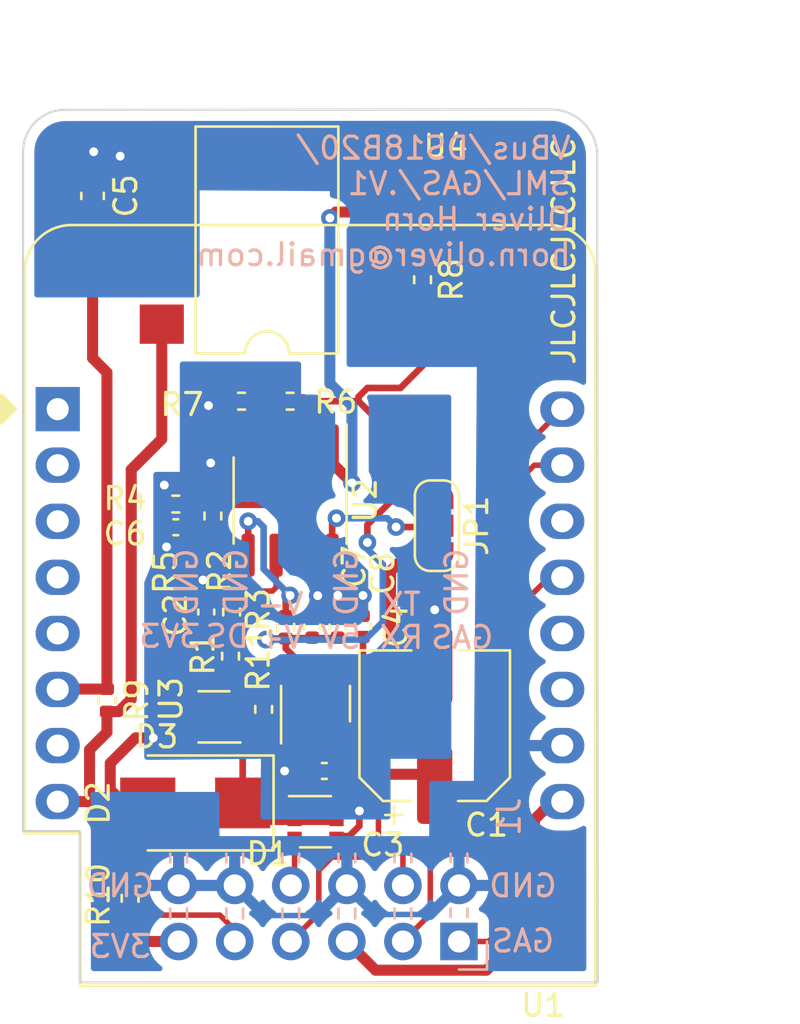
<source format=kicad_pcb>
(kicad_pcb (version 20211014) (generator pcbnew)
  (layers (0 "F.Cu" signal) (31 "B.Cu" signal) (34 "B.Paste" user) (35 "F.Paste" user) (36 "B.SilkS" user "B.Silkscreen") (37 "F.SilkS" user "F.Silkscreen") (38 "B.Mask" user) (39 "F.Mask" user) (44 "Edge.Cuts" user))
  (net 0 "")
  (net 1 "GAS_SENSOR_INPUT")
  (net 2 "DS18B20_GND")
  (net 3 "RX_GPIO3_WEMOS")
  (net 4 "TX_GPIO3_WEMOS")
  (net 5 "5V_WEMOS")
  (net 6 "VBUS+")
  (net 7 "VBUS-")
  (net 8 "DS18B20_GPIO")
  (net 9 "3V3_WEMOS")
  (net 10 "+3V3")
  (net 11 "+VDC")
  (net 17 "VBUS")
  (net 22 "Net-(C2-Pad1)")
  (net 23 "Net-(D1-Pad2)")
  (net 27 "Net-(R5-Pad2)")
  (net 28 "Net-(R6-Pad2)")
  (net 29 "Net-(R8-Pad2)")
  (net 31 "Net-(U2-Pad1)")
  (net 34 "GND")
  (net 35 "Net-(C6-Pad1)")
  (net 36 "Net-(JP1-Pad2)")
  (net 37 "Net-(D3-Pad2)")
  (net 38 "Net-(C8-Pad1)")
  (footprint "Resistor_SMD:R_0402_1005Metric" (layer "F.Cu") (at 121.2 39.8 90)
    (fp_text reference "R8" (at 0 1.3 90) (layer "F.SilkS"))
    (fp_text value "1k")
    (fp_line (start -0.153641 0.38) (end 0.153641 0.38) (layer "F.SilkS") (width 0.12))
    (fp_line (start -0.153641 -0.38) (end 0.153641 -0.38) (layer "F.SilkS") (width 0.12))
    (pad "1" smd roundrect (at -0.51 0 90) (size 0.54 0.64) (layers "F.Cu" "F.Paste" "F.Mask") (net 10 "+3V3"))
    (pad "2" smd roundrect (at 0.51 0 90) (size 0.54 0.64) (layers "F.Cu" "F.Paste" "F.Mask") (net 29 "Net-(R8-Pad2)"))
  )
  (footprint "Package_SO:SOIC-8_3.9x4.9mm_P1.27mm" (layer "F.Cu") (at 115.2 49.8 -90)
    (fp_text reference "U2" (at 0 -3.4 -90) (layer "F.SilkS"))
    (fp_text value "LM393")
    (fp_line (start 0 2.56) (end -1.95 2.56) (layer "F.SilkS") (width 0.12))
    (fp_line (start 0 -2.56) (end -3.45 -2.56) (layer "F.SilkS") (width 0.12))
    (fp_line (start 0 -2.56) (end 1.95 -2.56) (layer "F.SilkS") (width 0.12))
    (fp_line (start 0 2.56) (end 1.95 2.56) (layer "F.SilkS") (width 0.12))
    (pad "1" smd roundrect (at -2.475 -1.905 270) (size 1.95 0.6) (layers "F.Cu" "F.Paste" "F.Mask") (net 31 "Net-(U2-Pad1)"))
    (pad "2" smd roundrect (at -2.475 -0.635 270) (size 1.95 0.6) (layers "F.Cu" "F.Paste" "F.Mask") (net 27 "Net-(R5-Pad2)"))
    (pad "3" smd roundrect (at -2.475 0.635 270) (size 1.95 0.6) (layers "F.Cu" "F.Paste" "F.Mask") (net 28 "Net-(R6-Pad2)"))
    (pad "4" smd roundrect (at -2.475 1.905 270) (size 1.95 0.6) (layers "F.Cu" "F.Paste" "F.Mask") (net 34 "GND"))
    (pad "5" smd roundrect (at 2.475 1.905 270) (size 1.95 0.6) (layers "F.Cu" "F.Paste" "F.Mask") (net 35 "Net-(C6-Pad1)"))
    (pad "6" smd roundrect (at 2.475 0.635 270) (size 1.95 0.6) (layers "F.Cu" "F.Paste" "F.Mask") (net 22 "Net-(C2-Pad1)"))
    (pad "7" smd roundrect (at 2.475 -0.635 270) (size 1.95 0.6) (layers "F.Cu" "F.Paste" "F.Mask") (net 27 "Net-(R5-Pad2)"))
    (pad "8" smd roundrect (at 2.475 -1.905 270) (size 1.95 0.6) (layers "F.Cu" "F.Paste" "F.Mask") (net 36 "Net-(JP1-Pad2)"))
  )
  (footprint "Capacitor_SMD:C_0402_1005Metric" (layer "F.Cu") (at 110.02 51.01 180)
    (fp_text reference "C6" (at 2.3 -0.3) (layer "F.SilkS"))
    (fp_text value "100p")
    (fp_line (start -0.107836 0.36) (end 0.107836 0.36) (layer "F.SilkS") (width 0.12))
    (fp_line (start -0.107836 -0.36) (end 0.107836 -0.36) (layer "F.SilkS") (width 0.12))
    (pad "1" smd roundrect (at -0.48 0 180) (size 0.56 0.62) (layers "F.Cu" "F.Paste" "F.Mask") (net 35 "Net-(C6-Pad1)"))
    (pad "2" smd roundrect (at 0.48 0 180) (size 0.56 0.62) (layers "F.Cu" "F.Paste" "F.Mask") (net 34 "GND"))
  )
  (footprint "Package_TO_SOT_SMD:SOT-23-5" (layer "F.Cu") (at 116.35 59 90)
    (fp_text reference "U3" (at 0.2 -6.55 90) (layer "F.SilkS"))
    (fp_text value "LP2985-3.3")
    (fp_line (start 0 1.56) (end 0.8 1.56) (layer "F.SilkS") (width 0.12))
    (fp_line (start 0 -1.56) (end -1.8 -1.56) (layer "F.SilkS") (width 0.12))
    (fp_line (start 0 1.56) (end -0.8 1.56) (layer "F.SilkS") (width 0.12))
    (fp_line (start 0 -1.56) (end 0.8 -1.56) (layer "F.SilkS") (width 0.12))
    (pad "1" smd roundrect (at -1.1375 -0.95 90) (size 1.325 0.6) (layers "F.Cu" "F.Paste" "F.Mask") (net 11 "+VDC"))
    (pad "2" smd roundrect (at -1.1375 0 90) (size 1.325 0.6) (layers "F.Cu" "F.Paste" "F.Mask") (net 34 "GND"))
    (pad "3" smd roundrect (at -1.1375 0.95 90) (size 1.325 0.6) (layers "F.Cu" "F.Paste" "F.Mask") (net 11 "+VDC"))
    (pad "4" smd roundrect (at 1.1375 0.95 90) (size 1.325 0.6) (layers "F.Cu" "F.Paste" "F.Mask") (net 38 "Net-(C8-Pad1)"))
    (pad "5" smd roundrect (at 1.1375 -0.95 90) (size 1.325 0.6) (layers "F.Cu" "F.Paste" "F.Mask") (net 10 "+3V3"))
  )
  (footprint "Capacitor_SMD:C_0402_1005Metric" (layer "F.Cu") (at 118.5 55.5 90)
    (fp_text reference "C8" (at 2.4 0.9 90) (layer "F.SilkS"))
    (fp_text value "470p")
    (fp_line (start -0.107836 -0.36) (end 0.107836 -0.36) (layer "F.SilkS") (width 0.12))
    (fp_line (start -0.107836 0.36) (end 0.107836 0.36) (layer "F.SilkS") (width 0.12))
    (pad "1" smd roundrect (at -0.48 0 90) (size 0.56 0.62) (layers "F.Cu" "F.Paste" "F.Mask") (net 38 "Net-(C8-Pad1)"))
    (pad "2" smd roundrect (at 0.48 0 90) (size 0.56 0.62) (layers "F.Cu" "F.Paste" "F.Mask") (net 34 "GND"))
  )
  (footprint "Resistor_SMD:R_0402_1005Metric" (layer "F.Cu") (at 115.2 45.3 180)
    (fp_text reference "R6" (at -2.07 -0.04) (layer "F.SilkS"))
    (fp_text value "15k")
    (fp_line (start -0.153641 -0.38) (end 0.153641 -0.38) (layer "F.SilkS") (width 0.12))
    (fp_line (start -0.153641 0.38) (end 0.153641 0.38) (layer "F.SilkS") (width 0.12))
    (pad "1" smd roundrect (at -0.51 0 180) (size 0.54 0.64) (layers "F.Cu" "F.Paste" "F.Mask") (net 10 "+3V3"))
    (pad "2" smd roundrect (at 0.51 0 180) (size 0.54 0.64) (layers "F.Cu" "F.Paste" "F.Mask") (net 28 "Net-(R6-Pad2)"))
  )
  (footprint "Capacitor_SMD:C_0402_1005Metric" (layer "F.Cu") (at 111.4 54.85 90)
    (fp_text reference "C2" (at -0.15 -1.4 270) (layer "F.SilkS"))
    (fp_text value "1n")
    (fp_line (start -0.107836 -0.36) (end 0.107836 -0.36) (layer "F.SilkS") (width 0.12))
    (fp_line (start -0.107836 0.36) (end 0.107836 0.36) (layer "F.SilkS") (width 0.12))
    (pad "1" smd roundrect (at -0.48 0 90) (size 0.56 0.62) (layers "F.Cu" "F.Paste" "F.Mask") (net 22 "Net-(C2-Pad1)"))
    (pad "2" smd roundrect (at 0.48 0 90) (size 0.56 0.62) (layers "F.Cu" "F.Paste" "F.Mask") (net 34 "GND"))
  )
  (footprint "Resistor_SMD:R_0402_1005Metric" (layer "F.Cu") (at 111.7 50.5 90)
    (fp_text reference "R5" (at -2.552164 -2.15 90) (layer "F.SilkS"))
    (fp_text value "15k")
    (fp_line (start -0.153641 -0.38) (end 0.153641 -0.38) (layer "F.SilkS") (width 0.12))
    (fp_line (start -0.153641 0.38) (end 0.153641 0.38) (layer "F.SilkS") (width 0.12))
    (pad "1" smd roundrect (at -0.51 0 90) (size 0.54 0.64) (layers "F.Cu" "F.Paste" "F.Mask") (net 35 "Net-(C6-Pad1)"))
    (pad "2" smd roundrect (at 0.51 0 90) (size 0.54 0.64) (layers "F.Cu" "F.Paste" "F.Mask") (net 27 "Net-(R5-Pad2)"))
  )
  (footprint "Package_TO_SOT_SMD:SOT-363_SC-70-6" (layer "F.Cu") (at 116.35 64.35)
    (fp_text reference "D1" (at -2.15 1.45) (layer "F.SilkS"))
    (fp_text value "BAV99S")
    (fp_line (start -0.7 1.16) (end 0.7 1.16) (layer "F.SilkS") (width 0.12))
    (fp_line (start 0.7 -1.16) (end -1.2 -1.16) (layer "F.SilkS") (width 0.12))
    (pad "1" smd rect (at -0.95 -0.65) (size 0.65 0.4) (layers "F.Cu" "F.Paste" "F.Mask") (net 34 "GND"))
    (pad "2" smd rect (at -0.95 0) (size 0.65 0.4) (layers "F.Cu" "F.Paste" "F.Mask") (net 23 "Net-(D1-Pad2)"))
    (pad "3" smd rect (at -0.95 0.65) (size 0.65 0.4) (layers "F.Cu" "F.Paste" "F.Mask") (net 7 "VBUS-"))
    (pad "4" smd rect (at 0.95 0.65) (size 0.65 0.4) (layers "F.Cu" "F.Paste" "F.Mask") (net 34 "GND"))
    (pad "5" smd rect (at 0.95 0) (size 0.65 0.4) (layers "F.Cu" "F.Paste" "F.Mask") (net 23 "Net-(D1-Pad2)"))
    (pad "6" smd rect (at 0.95 -0.65) (size 0.65 0.4) (layers "F.Cu" "F.Paste" "F.Mask") (net 6 "VBUS+"))
  )
  (footprint "Module:WEMOS_D1_mini_light" (layer "F.Cu") (at 104.67 45.66)
    (fp_text reference "U1" (at 22 27) (layer "F.SilkS"))
    (fp_text value "WeMos_D1_mini")
    (fp_line (start 22.24 -8.34) (end 0.63 -8.34) (layer "F.SilkS") (width 0.12))
    (fp_line (start 1.04 26.12) (end 24.36 26.12) (layer "F.SilkS") (width 0.12))
    (fp_line (start -1.5 19.22) (end -1.5 -6.21) (layer "F.SilkS") (width 0.12))
    (fp_line (start -1.5 19.22) (end 1.04 19.22) (layer "F.SilkS") (width 0.12))
    (fp_line (start 1.04 19.22) (end 1.04 26.12) (layer "F.SilkS") (width 0.12))
    (fp_line (start 24.36 26.12) (end 24.36 -6.21) (layer "F.SilkS") (width 0.12))
    (fp_arc (start -1.5 -6.21) (mid -0.876137 -7.716137) (end 0.63 -8.34) (layer "F.SilkS") (width 0.12))
    (fp_arc (start 22.23 -8.34) (mid 23.736137 -7.716137) (end 24.36 -6.21) (layer "F.SilkS") (width 0.12))
    (fp_poly (pts (xy -2.54 -0.635) (xy -2.54 0.635) (xy -1.905 0)) (layer "F.SilkS") (width 0.15) (fill solid))
    (pad "1" thru_hole rect (at 0 0) (size 2 2) (drill 1) (layers *.Cu *.Mask))
    (pad "2" thru_hole oval (at 0 2.54) (size 2 1.6) (drill 1) (layers *.Cu *.Mask))
    (pad "3" thru_hole oval (at 0 5.08) (size 2 1.6) (drill 1) (layers *.Cu *.Mask))
    (pad "4" thru_hole oval (at 0 7.62) (size 2 1.6) (drill 1) (layers *.Cu *.Mask))
    (pad "5" thru_hole oval (at 0 10.16) (size 2 1.6) (drill 1) (layers *.Cu *.Mask))
    (pad "6" thru_hole oval (at 0 12.7) (size 2 1.6) (drill 1) (layers *.Cu *.Mask) (net 17 "VBUS"))
    (pad "7" thru_hole oval (at 0 15.24) (size 2 1.6) (drill 1) (layers *.Cu *.Mask))
    (pad "8" thru_hole oval (at 0 17.78) (size 2 1.6) (drill 1) (layers *.Cu *.Mask) (net 9 "3V3_WEMOS"))
    (pad "9" thru_hole oval (at 22.86 17.78) (size 2 1.6) (drill 1) (layers *.Cu *.Mask) (net 5 "5V_WEMOS"))
    (pad "10" thru_hole oval (at 22.86 15.24) (size 2 1.6) (drill 1) (layers *.Cu *.Mask) (net 2 "DS18B20_GND"))
    (pad "11" thru_hole oval (at 22.86 12.7) (size 2 1.6) (drill 1) (layers *.Cu *.Mask))
    (pad "12" thru_hole oval (at 22.86 10.16) (size 2 1.6) (drill 1) (layers *.Cu *.Mask))
    (pad "13" thru_hole oval (at 22.86 7.62) (size 2 1.6) (drill 1) (layers *.Cu *.Mask) (net 1 "GAS_SENSOR_INPUT"))
    (pad "14" thru_hole oval (at 22.86 5.08) (size 2 1.6) (drill 1) (layers *.Cu *.Mask))
    (pad "15" thru_hole oval (at 22.86 2.54) (size 2 1.6) (drill 1) (layers *.Cu *.Mask) (net 3 "RX_GPIO3_WEMOS"))
    (pad "16" thru_hole oval (at 22.86 0) (size 2 1.6) (drill 1) (layers *.Cu *.Mask) (net 4 "TX_GPIO3_WEMOS"))
  )
  (footprint "Capacitor_SMD:C_0603_1608Metric" (layer "F.Cu") (at 106.25 36 90)
    (fp_text reference "C5" (at 0 1.5 90) (layer "F.SilkS"))
    (fp_text value "680p")
    (fp_line (start -0.14058 0.51) (end 0.14058 0.51) (layer "F.SilkS") (width 0.12))
    (fp_line (start -0.14058 -0.51) (end 0.14058 -0.51) (layer "F.SilkS") (width 0.12))
    (pad "1" smd roundrect (at -0.775 0 90) (size 0.9 0.95) (layers "F.Cu" "F.Paste" "F.Mask") (net 17 "VBUS"))
    (pad "2" smd roundrect (at 0.775 0 90) (size 0.9 0.95) (layers "F.Cu" "F.Paste" "F.Mask") (net 2 "DS18B20_GND"))
  )
  (footprint "Resistor_SMD:R_0402_1005Metric" (layer "F.Cu") (at 114 59.26 90)
    (fp_text reference "R11" (at 2.26 -0.25 90) (layer "F.SilkS"))
    (fp_text value "330")
    (fp_line (start -0.153641 0.38) (end 0.153641 0.38) (layer "F.SilkS") (width 0.12))
    (fp_line (start -0.153641 -0.38) (end 0.153641 -0.38) (layer "F.SilkS") (width 0.12))
    (pad "1" smd roundrect (at -0.51 0 90) (size 0.54 0.64) (layers "F.Cu" "F.Paste" "F.Mask") (net 37 "Net-(D3-Pad2)"))
    (pad "2" smd roundrect (at 0.51 0 90) (size 0.54 0.64) (layers "F.Cu" "F.Paste" "F.Mask") (net 11 "+VDC"))
  )
  (footprint "Jumper:SolderJumper-3_P1.3mm_Bridged12_RoundedPad1.0x1.5mm_NumberLabels" (layer "F.Cu") (at 121.85 50.94 -90)
    (fp_text reference "JP1" (at 0 -1.8 90) (layer "F.SilkS"))
    (fp_text value "SolderJumper_3_Bridged12")
    (fp_poly (pts (xy -0.9 -0.3) (xy -0.4 -0.3) (xy -0.4 0.3) (xy -0.9 0.3)) (layer "F.Cu") (width 0) (fill solid))
    (fp_line (start -1.4 -1) (end 1.4 -1) (layer "F.SilkS") (width 0.12))
    (fp_line (start 1.4 1) (end -1.4 1) (layer "F.SilkS") (width 0.12))
    (fp_line (start -2.05 0.3) (end -2.05 -0.3) (layer "F.SilkS") (width 0.12))
    (fp_line (start 2.05 -0.3) (end 2.05 0.3) (layer "F.SilkS") (width 0.12))
    (fp_arc (start 2.05 0.3) (mid 1.844975 0.794975) (end 1.35 1) (layer "F.SilkS") (width 0.12))
    (fp_arc (start 1.35 -1) (mid 1.844975 -0.794975) (end 2.05 -0.3) (layer "F.SilkS") (width 0.12))
    (fp_arc (start -1.35 1) (mid -1.844975 0.794975) (end -2.05 0.3) (layer "F.SilkS") (width 0.12))
    (fp_arc (start -2.05 -0.3) (mid -1.844975 -0.794975) (end -1.35 -1) (layer "F.SilkS") (width 0.12))
    (pad "1" smd custom (at -1.3 0 270) (size 1 0.5) (layers "F.Cu" "F.Mask") (net 10 "+3V3") (options (clearance outline) (anchor rect)) (primitives (gr_poly (pts (xy 0.55 0.75) (xy 0 0.75) (xy 0 -0.75) (xy 0.55 -0.75)) (width 0) (fill yes)) (gr_circle (center 0 0.25) (end 0.5 0.25) (width 0) (fill yes)) (gr_circle (center 0 -0.25) (end 0.5 -0.25) (width 0) (fill yes))))
    (pad "2" smd rect (at 0 0 270) (size 1 1.5) (layers "F.Cu" "F.Mask") (net 36 "Net-(JP1-Pad2)"))
    (pad "3" smd custom (at 1.3 0 270) (size 1 0.5) (layers "F.Cu" "F.Mask") (net 11 "+VDC") (options (clearance outline) (anchor rect)) (primitives (gr_circle (center 0 0.25) (end 0.5 0.25) (width 0) (fill yes)) (gr_circle (center 0 -0.25) (end 0.5 -0.25) (width 0) (fill yes)) (gr_poly (pts (xy 0 0.75) (xy -0.55 0.75) (xy -0.55 -0.75) (xy 0 -0.75)) (width 0) (fill yes))))
  )
  (footprint "Resistor_SMD:R_0402_1005Metric" (layer "F.Cu") (at 110.02 49.96 180)
    (fp_text reference "R4" (at 2.3 0.25) (layer "F.SilkS"))
    (fp_text value "2k2")
    (fp_line (start -0.153641 0.38) (end 0.153641 0.38) (layer "F.SilkS") (width 0.12))
    (fp_line (start -0.153641 -0.38) (end 0.153641 -0.38) (layer "F.SilkS") (width 0.12))
    (pad "1" smd roundrect (at -0.51 0 180) (size 0.54 0.64) (layers "F.Cu" "F.Paste" "F.Mask") (net 35 "Net-(C6-Pad1)"))
    (pad "2" smd roundrect (at 0.51 0 180) (size 0.54 0.64) (layers "F.Cu" "F.Paste" "F.Mask") (net 34 "GND"))
  )
  (footprint "Resistor_SMD:R_0402_1005Metric" (layer "F.Cu") (at 112.55 54.85 90)
    (fp_text reference "R2" (at 1.85 -0.55 270) (layer "F.SilkS"))
    (fp_text value "4k7")
    (fp_line (start -0.153641 0.38) (end 0.153641 0.38) (layer "F.SilkS") (width 0.12))
    (fp_line (start -0.153641 -0.38) (end 0.153641 -0.38) (layer "F.SilkS") (width 0.12))
    (pad "1" smd roundrect (at -0.51 0 90) (size 0.54 0.64) (layers "F.Cu" "F.Paste" "F.Mask") (net 22 "Net-(C2-Pad1)"))
    (pad "2" smd roundrect (at 0.51 0 90) (size 0.54 0.64) (layers "F.Cu" "F.Paste" "F.Mask") (net 34 "GND"))
  )
  (footprint "Package_TO_SOT_SMD:SOT-363_SC-70-6" (layer "F.Cu") (at 111.75 59.6 180)
    (fp_text reference "D3" (at 2.6 -0.9) (layer "F.SilkS"))
    (fp_text value "BAV99S")
    (fp_line (start 0.7 -1.16) (end -1.2 -1.16) (layer "F.SilkS") (width 0.12))
    (fp_line (start -0.7 1.16) (end 0.7 1.16) (layer "F.SilkS") (width 0.12))
    (pad "1" smd rect (at -0.95 -0.65 180) (size 0.65 0.4) (layers "F.Cu" "F.Paste" "F.Mask") (net 23 "Net-(D1-Pad2)"))
    (pad "2" smd rect (at -0.95 0 180) (size 0.65 0.4) (layers "F.Cu" "F.Paste" "F.Mask") (net 37 "Net-(D3-Pad2)"))
    (pad "3" smd rect (at -0.95 0.65 180) (size 0.65 0.4) (layers "F.Cu" "F.Paste" "F.Mask"))
    (pad "4" smd rect (at 0.95 0.65 180) (size 0.65 0.4) (layers "F.Cu" "F.Paste" "F.Mask"))
    (pad "5" smd rect (at 0.95 0 180) (size 0.65 0.4) (layers "F.Cu" "F.Paste" "F.Mask"))
    (pad "6" smd rect (at 0.95 -0.65 180) (size 0.65 0.4) (layers "F.Cu" "F.Paste" "F.Mask") (net 23 "Net-(D1-Pad2)"))
  )
  (footprint "Resistor_SMD:R_0402_1005Metric" (layer "F.Cu") (at 112.5 56.85 90)
    (fp_text reference "R1" (at 0.1 -1.25 90) (layer "F.SilkS"))
    (fp_text value "15k")
    (fp_line (start -0.153641 0.38) (end 0.153641 0.38) (layer "F.SilkS") (width 0.12))
    (fp_line (start -0.153641 -0.38) (end 0.153641 -0.38) (layer "F.SilkS") (width 0.12))
    (pad "1" smd roundrect (at -0.51 0 90) (size 0.54 0.64) (layers "F.Cu" "F.Paste" "F.Mask") (net 23 "Net-(D1-Pad2)"))
    (pad "2" smd roundrect (at 0.51 0 90) (size 0.54 0.64) (layers "F.Cu" "F.Paste" "F.Mask") (net 22 "Net-(C2-Pad1)"))
  )
  (footprint "Capacitor_SMD:C_0402_1005Metric" (layer "F.Cu") (at 116.2 55.53 90)
    (fp_text reference "C4" (at 0.03 3.8 90) (layer "F.SilkS"))
    (fp_text value "100n")
    (fp_line (start -0.107836 -0.36) (end 0.107836 -0.36) (layer "F.SilkS") (width 0.12))
    (fp_line (start -0.107836 0.36) (end 0.107836 0.36) (layer "F.SilkS") (width 0.12))
    (pad "1" smd roundrect (at -0.48 0 90) (size 0.56 0.62) (layers "F.Cu" "F.Paste" "F.Mask") (net 10 "+3V3"))
    (pad "2" smd roundrect (at 0.48 0 90) (size 0.56 0.62) (layers "F.Cu" "F.Paste" "F.Mask") (net 34 "GND"))
  )
  (footprint "Resistor_SMD:R_0402_1005Metric" (layer "F.Cu") (at 115 55.54 90)
    (fp_text reference "R3" (at 0.79 -1.25 90) (layer "F.SilkS"))
    (fp_text value "4k7")
    (fp_line (start -0.153641 0.38) (end 0.153641 0.38) (layer "F.SilkS") (width 0.12))
    (fp_line (start -0.153641 -0.38) (end 0.153641 -0.38) (layer "F.SilkS") (width 0.12))
    (pad "1" smd roundrect (at -0.51 0 90) (size 0.54 0.64) (layers "F.Cu" "F.Paste" "F.Mask") (net 10 "+3V3"))
    (pad "2" smd roundrect (at 0.51 0 90) (size 0.54 0.64) (layers "F.Cu" "F.Paste" "F.Mask") (net 35 "Net-(C6-Pad1)"))
  )
  (footprint "Capacitor_SMD:CP_Elec_6.3x5.4_Nichicon" (layer "F.Cu") (at 121.75 60 90)
    (fp_text reference "C1" (at -4.5 2.345563 180) (layer "F.SilkS"))
    (fp_text value "100u/16V")
    (fp_line (start -4.04375 -2.24125) (end -4.04375 -1.45375) (layer "F.SilkS") (width 0.12))
    (fp_line (start 3.41 3.41) (end 3.41 1.06) (layer "F.SilkS") (width 0.12))
    (fp_line (start -3.41 2.345563) (end -2.345563 3.41) (layer "F.SilkS") (width 0.12))
    (fp_line (start -3.41 2.345563) (end -3.41 1.06) (layer "F.SilkS") (width 0.12))
    (fp_line (start -4.4375 -1.8475) (end -3.65 -1.8475) (layer "F.SilkS") (width 0.12))
    (fp_line (start -2.345563 -3.41) (end 3.41 -3.41) (layer "F.SilkS") (width 0.12))
    (fp_line (start -2.345563 3.41) (end 3.41 3.41) (layer "F.SilkS") (width 0.12))
    (fp_line (start -3.41 -2.345563) (end -3.41 -1.06) (layer "F.SilkS") (width 0.12))
    (fp_line (start -3.41 -2.345563) (end -2.345563 -3.41) (layer "F.SilkS") (width 0.12))
    (fp_line (start 3.41 -3.41) (end 3.41 -1.06) (layer "F.SilkS") (width 0.12))
    (pad "1" smd roundrect (at -2.7 0 90) (size 3.5 1.6) (layers "F.Cu" "F.Paste" "F.Mask") (roundrect_rratio 0.15625) (net 11 "+VDC"))
    (pad "2" smd roundrect (at 2.7 0 90) (size 3.5 1.6) (layers "F.Cu" "F.Paste" "F.Mask") (roundrect_rratio 0.15625) (net 34 "GND"))
  )
  (footprint "Capacitor_SMD:C_0402_1005Metric" (layer "F.Cu") (at 116.75 62.05 180)
    (fp_text reference "C3" (at -2.65 -3.35) (layer "F.SilkS"))
    (fp_text value "100n")
    (fp_line (start -0.107836 -0.36) (end 0.107836 -0.36) (layer "F.SilkS") (width 0.12))
    (fp_line (start -0.107836 0.36) (end 0.107836 0.36) (layer "F.SilkS") (width 0.12))
    (pad "1" smd roundrect (at -0.48 0 180) (size 0.56 0.62) (layers "F.Cu" "F.Paste" "F.Mask") (net 11 "+VDC"))
    (pad "2" smd roundrect (at 0.48 0 180) (size 0.56 0.62) (layers "F.Cu" "F.Paste" "F.Mask") (net 34 "GND"))
  )
  (footprint "Diode_SMD:D_SMB" (layer "F.Cu") (at 110.9 63.5 180)
    (fp_text reference "D2" (at 4.4 0 90) (layer "F.SilkS"))
    (fp_text value "SM6T15A")
    (fp_line (start -3.55 -2.15) (end -3.55 2.15) (layer "F.SilkS") (width 0.12))
    (fp_line (start -3.55 2.15) (end 2.15 2.15) (layer "F.SilkS") (width 0.12))
    (fp_line (start -3.55 -2.15) (end 2.15 -2.15) (layer "F.SilkS") (width 0.12))
    (pad "1" smd rect (at -2.15 0 180) (size 2.5 2.3) (layers "F.Cu" "F.Paste" "F.Mask") (net 23 "Net-(D1-Pad2)"))
    (pad "2" smd rect (at 2.15 0 180) (size 2.5 2.3) (layers "F.Cu" "F.Paste" "F.Mask") (net 34 "GND"))
  )
  (footprint "Resistor_SMD:R_0402_1005Metric" (layer "F.Cu") (at 106.9 58.85 90)
    (fp_text reference "R9" (at 0 1.35 90) (layer "F.SilkS"))
    (fp_text value "15k")
    (fp_line (start -0.153641 0.38) (end 0.153641 0.38) (layer "F.SilkS") (width 0.12))
    (fp_line (start -0.153641 -0.38) (end 0.153641 -0.38) (layer "F.SilkS") (width 0.12))
    (pad "1" smd roundrect (at -0.51 0 90) (size 0.54 0.64) (layers "F.Cu" "F.Paste" "F.Mask") (net 9 "3V3_WEMOS"))
    (pad "2" smd roundrect (at 0.51 0 90) (size 0.54 0.64) (layers "F.Cu" "F.Paste" "F.Mask") (net 17 "VBUS"))
  )
  (footprint "Resistor_SMD:R_0402_1005Metric" (layer "F.Cu") (at 107.95 67.818 -90)
    (fp_text reference "R10" (at -0.153641 1.45 90) (layer "F.SilkS"))
    (fp_text value "4k7")
    (fp_line (start -0.153641 0.38) (end 0.153641 0.38) (layer "F.SilkS") (width 0.12))
    (fp_line (start -0.153641 -0.38) (end 0.153641 -0.38) (layer "F.SilkS") (width 0.12))
    (pad "1" smd roundrect (at -0.51 0 270) (size 0.54 0.64) (layers "F.Cu" "F.Paste" "F.Mask") (net 9 "3V3_WEMOS"))
    (pad "2" smd roundrect (at 0.51 0 270) (size 0.54 0.64) (layers "F.Cu" "F.Paste" "F.Mask") (net 8 "DS18B20_GPIO"))
  )
  (footprint "Capacitor_SMD:C_0402_1005Metric" (layer "F.Cu") (at 117.35 55.53 90)
    (fp_text reference "C7" (at 2.73 0.75 90) (layer "F.SilkS"))
    (fp_text value "4u7")
    (fp_line (start -0.107836 0.36) (end 0.107836 0.36) (layer "F.SilkS") (width 0.12))
    (fp_line (start -0.107836 -0.36) (end 0.107836 -0.36) (layer "F.SilkS") (width 0.12))
    (pad "1" smd roundrect (at -0.48 0 90) (size 0.56 0.62) (layers "F.Cu" "F.Paste" "F.Mask") (net 10 "+3V3"))
    (pad "2" smd roundrect (at 0.48 0 90) (size 0.56 0.62) (layers "F.Cu" "F.Paste" "F.Mask") (net 34 "GND"))
  )
  (footprint "Package_DIP:SMDIP-8_W9.53mm" (layer "F.Cu") (at 114.15 38 180)
    (fp_text reference "U4" (at -8.1 4.25) (layer "F.SilkS"))
    (fp_text value "6N136S")
    (fp_line (start -3.235 5.14) (end 3.235 5.14) (layer "F.SilkS") (width 0.12))
    (fp_line (start 3.235 -5.14) (end 1 -5.14) (layer "F.SilkS") (width 0.12))
    (fp_line (start 3.235 5.14) (end 3.235 -5.14) (layer "F.SilkS") (width 0.12))
    (fp_line (start -3.235 -5.14) (end -3.235 5.14) (layer "F.SilkS") (width 0.12))
    (fp_line (start -1 -5.14) (end -3.235 -5.14) (layer "F.SilkS") (width 0.12))
    (fp_arc (start 1 -5.14) (mid 0 -4.14) (end -1 -5.14) (layer "F.SilkS") (width 0.12))
    (pad "1" smd rect (at -4.765 -3.81 180) (size 2 1.78) (layers "F.Cu" "F.Paste" "F.Mask"))
    (pad "2" smd rect (at -4.765 -1.27 180) (size 2 1.78) (layers "F.Cu" "F.Paste" "F.Mask") (net 29 "Net-(R8-Pad2)"))
    (pad "3" smd rect (at -4.765 1.27 180) (size 2 1.78) (layers "F.Cu" "F.Paste" "F.Mask") (net 31 "Net-(U2-Pad1)"))
    (pad "4" smd rect (at -4.765 3.81 180) (size 2 1.78) (layers "F.Cu" "F.Paste" "F.Mask"))
    (pad "5" smd rect (at 4.765 3.81 180) (size 2 1.78) (layers "F.Cu" "F.Paste" "F.Mask") (net 2 "DS18B20_GND"))
    (pad "6" smd rect (at 4.765 1.27 180) (size 2 1.78) (layers "F.Cu" "F.Paste" "F.Mask") (net 17 "VBUS"))
    (pad "7" smd rect (at 4.765 -1.27 180) (size 2 1.78) (layers "F.Cu" "F.Paste" "F.Mask"))
    (pad "8" smd rect (at 4.765 -3.81 180) (size 2 1.78) (layers "F.Cu" "F.Paste" "F.Mask") (net 9 "3V3_WEMOS"))
  )
  (footprint "Resistor_SMD:R_0402_1005Metric" (layer "F.Cu") (at 113 45.3 180)
    (fp_text reference "R7" (at 2.7 -0.15) (layer "F.SilkS"))
    (fp_text value "2k2")
    (fp_line (start -0.153641 -0.38) (end 0.153641 -0.38) (layer "F.SilkS") (width 0.12))
    (fp_line (start -0.153641 0.38) (end 0.153641 0.38) (layer "F.SilkS") (width 0.12))
    (pad "1" smd roundrect (at -0.51 0 180) (size 0.54 0.64) (layers "F.Cu" "F.Paste" "F.Mask") (net 28 "Net-(R6-Pad2)"))
    (pad "2" smd roundrect (at 0.51 0 180) (size 0.54 0.64) (layers "F.Cu" "F.Paste" "F.Mask") (net 34 "GND"))
  )
  (footprint "Connector_PinHeader_2.54mm:PinHeader_2x06_P2.54mm_Horizontal" (layer "B.Cu") (at 122.85 69.775 90)
    (fp_text reference "J1" (at 5.655 2.27 270) (layer "B.SilkS") (effects (justify mirror)))
    (fp_text value "Conn_01x12_Female")
    (fp_line (start 1.042929 -13.08) (end 1.497071 -13.08) (layer "B.SilkS") (width 0.12))
    (fp_line (start 3.582929 -2.16) (end 3.98 -2.16) (layer "B.SilkS") (width 0.12))
    (fp_line (start 3.582929 -5.46) (end 3.98 -5.46) (layer "B.SilkS") (width 0.12))
    (fp_line (start 1.042929 -9.78) (end 1.497071 -9.78) (layer "B.SilkS") (width 0.12))
    (fp_line (start 1.042929 -12.32) (end 1.497071 -12.32) (layer "B.SilkS") (width 0.12))
    (fp_line (start 1.11 -0.38) (end 1.497071 -0.38) (layer "B.SilkS") (width 0.12))
    (fp_line (start 1.042929 -7.24) (end 1.497071 -7.24) (layer "B.SilkS") (width 0.12))
    (fp_line (start -1.27 1.27) (end 0 1.27) (layer "B.SilkS") (width 0.12))
    (fp_line (start 1.042929 -2.16) (end 1.497071 -2.16) (layer "B.SilkS") (width 0.12))
    (fp_line (start 3.582929 -2.92) (end 3.98 -2.92) (layer "B.SilkS") (width 0.12))
    (fp_line (start 3.582929 -10.54) (end 3.98 -10.54) (layer "B.SilkS") (width 0.12))
    (fp_line (start 1.042929 -8) (end 1.497071 -8) (layer "B.SilkS") (width 0.12))
    (fp_line (start 3.582929 -13.08) (end 3.98 -13.08) (layer "B.SilkS") (width 0.12))
    (fp_line (start 3.582929 -0.38) (end 3.98 -0.38) (layer "B.SilkS") (width 0.12))
    (fp_line (start 1.042929 -4.7) (end 1.497071 -4.7) (layer "B.SilkS") (width 0.12))
    (fp_line (start 1.042929 -10.54) (end 1.497071 -10.54) (layer "B.SilkS") (width 0.12))
    (fp_line (start 3.582929 -12.32) (end 3.98 -12.32) (layer "B.SilkS") (width 0.12))
    (fp_line (start 3.582929 0.38) (end 3.98 0.38) (layer "B.SilkS") (width 0.12))
    (fp_line (start 3.582929 -9.78) (end 3.98 -9.78) (layer "B.SilkS") (width 0.12))
    (fp_line (start -1.27 0) (end -1.27 1.27) (layer "B.SilkS") (width 0.12))
    (fp_line (start 3.582929 -8) (end 3.98 -8) (layer "B.SilkS") (width 0.12))
    (fp_line (start 1.042929 -5.46) (end 1.497071 -5.46) (layer "B.SilkS") (width 0.12))
    (fp_line (start 3.582929 -4.7) (end 3.98 -4.7) (layer "B.SilkS") (width 0.12))
    (fp_line (start 3.582929 -7.24) (end 3.98 -7.24) (layer "B.SilkS") (width 0.12))
    (fp_line (start 1.11 0.38) (end 1.497071 0.38) (layer "B.SilkS") (width 0.12))
    (fp_line (start 1.042929 -2.92) (end 1.497071 -2.92) (layer "B.SilkS") (width 0.12))
    (pad "1" thru_hole rect (at 0 0 90) (size 1.7 1.7) (drill 1) (layers *.Cu *.Mask) (net 1 "GAS_SENSOR_INPUT"))
    (pad "2" thru_hole oval (at 2.54 0 90) (size 1.7 1.7) (drill 1) (layers *.Cu *.Mask) (net 2 "DS18B20_GND"))
    (pad "3" thru_hole oval (at 0 -2.54 90) (size 1.7 1.7) (drill 1) (layers *.Cu *.Mask) (net 3 "RX_GPIO3_WEMOS"))
    (pad "4" thru_hole oval (at 2.54 -2.54 90) (size 1.7 1.7) (drill 1) (layers *.Cu *.Mask) (net 4 "TX_GPIO3_WEMOS"))
    (pad "5" thru_hole oval (at 0 -5.08 90) (size 1.7 1.7) (drill 1) (layers *.Cu *.Mask) (net 5 "5V_WEMOS"))
    (pad "6" thru_hole oval (at 2.54 -5.08 90) (size 1.7 1.7) (drill 1) (layers *.Cu *.Mask) (net 2 "DS18B20_GND"))
    (pad "7" thru_hole oval (at 0 -7.62 90) (size 1.7 1.7) (drill 1) (layers *.Cu *.Mask) (net 6 "VBUS+"))
    (pad "8" thru_hole oval (at 2.54 -7.62 90) (size 1.7 1.7) (drill 1) (layers *.Cu *.Mask) (net 7 "VBUS-"))
    (pad "9" thru_hole oval (at 0 -10.16 90) (size 1.7 1.7) (drill 1) (layers *.Cu *.Mask) (net 8 "DS18B20_GPIO"))
    (pad "10" thru_hole oval (at 2.54 -10.16 90) (size 1.7 1.7) (drill 1) (layers *.Cu *.Mask) (net 2 "DS18B20_GND"))
    (pad "11" thru_hole oval (at 0 -12.7 90) (size 1.7 1.7) (drill 1) (layers *.Cu *.Mask) (net 9 "3V3_WEMOS"))
    (pad "12" thru_hole oval (at 2.54 -12.7 90) (size 1.7 1.7) (drill 1) (layers *.Cu *.Mask) (net 2 "DS18B20_GND"))
  )
  (gr_line (start 105.664 64.77) (end 103.1 64.77) (layer "Edge.Cuts") (width 0.1))
  (gr_arc (start 103.1 34) (mid 103.656497 32.656497) (end 105 32.1) (layer "Edge.Cuts") (width 0.1))
  (gr_line (start 105.664 71.628) (end 105.664 64.77) (layer "Edge.Cuts") (width 0.1))
  (gr_line (start 127.015076 32.084924) (end 105 32.1) (layer "Edge.Cuts") (width 0.1))
  (gr_line (start 129.032 71.628) (end 105.664 71.628) (layer "Edge.Cuts") (width 0.1))
  (gr_line (start 103.1 64.77) (end 103.1 34) (layer "Edge.Cuts") (width 0.1))
  (gr_line (start 129.032 71.628) (end 129.132 71.628) (layer "Edge.Cuts") (width 0.1))
  (gr_arc (start 127.015076 32.084924) (mid 128.5 32.7) (end 129.115076 34.184924) (layer "Edge.Cuts") (width 0.1))
  (gr_line (start 129.132 71.628) (end 129.115076 34.184924) (layer "Edge.Cuts") (width 0.1))
  (gr_text "RX" (at 120.25 56) (layer "B.SilkS") (effects (font (size 1 1)) (justify mirror)))
  (gr_text "DS" (at 112.35 55.95) (layer "B.SilkS") (effects (font (size 1 1)) (justify mirror)))
  (gr_text "5V" (at 117.5 56) (layer "B.SilkS") (effects (font (size 1 1)) (justify mirror)))
  (gr_text "GND" (at 110.5 53.5 90) (layer "B.SilkS") (effects (font (size 1 1)) (justify mirror)))
  (gr_text "GAS" (at 123 56) (layer "B.SilkS") (effects (font (size 1 1)) (justify mirror)))
  (gr_text "GND" (at 125.75 67.25) (layer "B.SilkS") (effects (font (size 1 1)) (justify mirror)))
  (gr_text "GND" (at 107.5 67.25) (layer "B.SilkS") (effects (font (size 1 1)) (justify mirror)))
  (gr_text "GAS" (at 125.75 69.75) (layer "B.SilkS") (effects (font (size 1 1)) (justify mirror)))
  (gr_text "V-" (at 114.75 54.5) (layer "B.SilkS") (effects (font (size 1 1)) (justify mirror)))
  (gr_text "GND" (at 122.75 53.5 90) (layer "B.SilkS") (effects (font (size 1 1)) (justify mirror)))
  (gr_text "3V3" (at 107.5 70) (layer "B.SilkS") (effects (font (size 1 1)) (justify mirror)))
  (gr_text "TX" (at 120.25 54.5) (layer "B.SilkS") (effects (font (size 1 1)) (justify mirror)))
  (gr_text "GND" (at 112.75 53.5 90) (layer "B.SilkS") (effects (font (size 1 1)) (justify mirror)))
  (gr_text "3V3" (at 109.75 55.95) (layer "B.SilkS") (effects (font (size 1 1)) (justify mirror)))
  (gr_text "GND" (at 117.75 53.5 90) (layer "B.SilkS") (effects (font (size 1 1)) (justify mirror)))
  (gr_text "VBus/DS18B20/\nSML/GAS/.V1\nOliver Horn\nhorn.oliver@gmail.com" (at 128 36.25) (layer "B.SilkS") (effects (font (size 1 1)) (justify left mirror)))
  (gr_text "V+" (at 114.75 56) (layer "B.SilkS") (effects (font (size 1 1)) (justify mirror)))
  (gr_text "JLCJLCJLCJLC" (at 127.6 38.5 90) (layer "F.SilkS") (effects (font (size 1 1))))
  (segment (start 124.185 69.775) (end 125.56 68.4) (width 0.25) (layer "F.Cu") (net 1))
  (segment (start 125.56 68.4) (end 125.56 54.65) (width 0.25) (layer "F.Cu") (net 1))
  (segment (start 125.56 54.65) (end 126.93 53.28) (width 0.25) (layer "F.Cu") (net 1))
  (segment (start 122.85 69.775) (end 124.185 69.775) (width 0.25) (layer "F.Cu") (net 1))
  (segment (start 106.25 35.225) (end 106.25 34.05) (width 0.3) (layer "F.Cu") (net 2))
  (segment (start 109.385 34.19) (end 107.51 34.19) (width 0.5) (layer "F.Cu") (net 2))
  (segment (start 107.51 34.19) (end 107.5 34.2) (width 0.5) (layer "F.Cu") (net 2))
  (segment (start 106.25 34.05) (end 106.3 34) (width 0.3) (layer "F.Cu") (net 2))
  (via (at 106.3 34) (size 0.8) (drill 0.4) (layers "F.Cu" "B.Cu") (net 2))
  (via (at 107.5 34.2) (size 0.8) (drill 0.4) (layers "F.Cu" "B.Cu") (net 2))
  (segment (start 121.535 68.55) (end 122.85 67.235) (width 0.5) (layer "B.Cu") (net 2))
  (segment (start 117.77 67.235) (end 119.085 68.55) (width 0.5) (layer "B.Cu") (net 2))
  (segment (start 119.085 68.55) (end 121.535 68.55) (width 0.25) (layer "B.Cu") (net 2))
  (segment (start 116.405 68.6) (end 117.77 67.235) (width 0.5) (layer "B.Cu") (net 2))
  (segment (start 114.055 68.6) (end 116.405 68.6) (width 0.25) (layer "B.Cu") (net 2))
  (segment (start 112.69 67.235) (end 114.055 68.6) (width 0.5) (layer "B.Cu") (net 2))
  (segment (start 124.79 49.67) (end 124.79 64.21) (width 0.25) (layer "F.Cu") (net 3))
  (segment (start 121.55 66.22) (end 121.55 68.535) (width 0.25) (layer "F.Cu") (net 3))
  (segment (start 121.55 68.535) (end 120.31 69.775) (width 0.25) (layer "F.Cu") (net 3))
  (segment (start 123.19 65.81) (end 121.96 65.81) (width 0.25) (layer "F.Cu") (net 3))
  (segment (start 126.26 48.2) (end 124.79 49.67) (width 0.25) (layer "F.Cu") (net 3))
  (segment (start 121.96 65.81) (end 121.55 66.22) (width 0.25) (layer "F.Cu") (net 3))
  (segment (start 127.53 48.2) (end 126.26 48.2) (width 0.25) (layer "F.Cu") (net 3))
  (segment (start 124.79 64.21) (end 123.19 65.81) (width 0.25) (layer "F.Cu") (net 3))
  (segment (start 127.53 45.66) (end 124.04 49.15) (width 0.25) (layer "F.Cu") (net 4))
  (segment (start 120.3 65.8) (end 120.31 65.81) (width 0.25) (layer "F.Cu") (net 4))
  (segment (start 120.9 65.2) (end 120.3 65.8) (width 0.25) (layer "F.Cu") (net 4))
  (segment (start 120.31 65.81) (end 120.31 67.235) (width 0.25) (layer "F.Cu") (net 4))
  (segment (start 124.04 49.15) (end 124.04 64.14) (width 0.25) (layer "F.Cu") (net 4))
  (segment (start 122.98 65.2) (end 120.9 65.2) (width 0.25) (layer "F.Cu") (net 4))
  (segment (start 124.04 64.14) (end 122.98 65.2) (width 0.25) (layer "F.Cu") (net 4))
  (segment (start 126.27 68.9) (end 126.27 64.25) (width 0.5) (layer "F.Cu") (net 5))
  (segment (start 117.77 69.775) (end 119.07 71.075) (width 0.5) (layer "F.Cu") (net 5))
  (segment (start 119.07 71.075) (end 124.095 71.075) (width 0.5) (layer "F.Cu") (net 5))
  (segment (start 126.27 64.25) (end 127.08 63.44) (width 0.5) (layer "F.Cu") (net 5))
  (segment (start 124.095 71.075) (end 126.27 68.9) (width 0.5) (layer "F.Cu") (net 5))
  (segment (start 116.5 66.55) (end 117.1 65.95) (width 0.25) (layer "F.Cu") (net 6))
  (segment (start 118.5 63) (end 118 63) (width 0.25) (layer "F.Cu") (net 6))
  (segment (start 116.5 68.505) (end 116.5 66.55) (width 0.25) (layer "F.Cu") (net 6))
  (segment (start 119.2 65.5) (end 119.2 63.7) (width 0.25) (layer "F.Cu") (net 6))
  (segment (start 118 63) (end 117.3 63.7) (width 0.25) (layer "F.Cu") (net 6))
  (segment (start 119.2 63.7) (end 118.5 63) (width 0.25) (layer "F.Cu") (net 6))
  (segment (start 117.1 65.95) (end 118.75 65.95) (width 0.25) (layer "F.Cu") (net 6))
  (segment (start 118.75 65.95) (end 119.2 65.5) (width 0.25) (layer "F.Cu") (net 6))
  (segment (start 115.23 69.775) (end 116.5 68.505) (width 0.25) (layer "F.Cu") (net 6))
  (segment (start 115.4 65.2) (end 115.4 67.065) (width 0.25) (layer "F.Cu") (net 7))
  (segment (start 112.014 68.58) (end 112.69 69.256) (width 0.25) (layer "F.Cu") (net 8))
  (segment (start 108.714 68.328) (end 108.966 68.58) (width 0.25) (layer "F.Cu") (net 8))
  (segment (start 108.966 68.58) (end 112.014 68.58) (width 0.25) (layer "F.Cu") (net 8))
  (segment (start 107.95 68.328) (end 108.714 68.328) (width 0.25) (layer "F.Cu") (net 8))
  (segment (start 106.112 63.44) (end 106.112 61.088) (width 0.5) (layer "F.Cu") (net 9))
  (segment (start 108 58.8) (end 108 48.4) (width 0.5) (layer "F.Cu") (net 9))
  (segment (start 106.9 60.3) (end 106.9 59.36) (width 0.5) (layer "F.Cu") (net 9))
  (segment (start 107.44 59.36) (end 108 58.8) (width 0.5) (layer "F.Cu") (net 9))
  (segment (start 108 48.4) (end 109.385 47.015) (width 0.5) (layer "F.Cu") (net 9))
  (segment (start 107.95 67.308) (end 106.932 67.308) (width 0.25) (layer "F.Cu") (net 9))
  (segment (start 106.68 68.834) (end 106.68 67.056) (width 0.5) (layer "F.Cu") (net 9))
  (segment (start 106.9 59.36) (end 107.44 59.36) (width 0.5) (layer "F.Cu") (net 9))
  (segment (start 106.112 63.44) (end 104.67 63.44) (width 0.5) (layer "F.Cu") (net 9))
  (segment (start 106.932 67.308) (end 106.68 67.056) (width 0.25) (layer "F.Cu") (net 9))
  (segment (start 110.15 69.775) (end 107.621 69.775) (width 0.5) (layer "F.Cu") (net 9))
  (segment (start 106.68 64.008) (end 106.112 63.44) (width 0.5) (layer "F.Cu") (net 9))
  (segment (start 109.385 47.015) (end 109.385 41.81) (width 0.5) (layer "F.Cu") (net 9))
  (segment (start 107.621 69.775) (end 106.68 68.834) (width 0.5) (layer "F.Cu") (net 9))
  (segment (start 106.68 67.056) (end 106.68 64.008) (width 0.5) (layer "F.Cu") (net 9))
  (segment (start 104.67 63.44) (end 105.724 63.44) (width 0.5) (layer "F.Cu") (net 9))
  (segment (start 106.112 61.088) (end 106.9 60.3) (width 0.5) (layer "F.Cu") (net 9))
  (segment (start 115.4 56.9) (end 115 56.5) (width 0.3) (layer "F.Cu") (net 10))
  (segment (start 120.54 49.64) (end 119.3 48.4) (width 0.3) (layer "F.Cu") (net 10))
  (segment (start 119.3 48.4) (end 119.3 46.3) (width 0.3) (layer "F.Cu") (net 10))
  (segment (start 121.2 40.31) (end 121.2 43.7) (width 0.3) (layer "F.Cu") (net 10))
  (segment (start 116.2 56.01) (end 115.04 56.01) (width 0.25) (layer "F.Cu") (net 10))
  (segment (start 114.15 56.05) (end 114.1 56.1) (width 0.3) (layer "F.Cu") (net 10))
  (segment (start 119.96 49.64) (end 120.54 49.64) (width 0.3) (layer "F.Cu") (net 10))
  (segment (start 115.4 57.8625) (end 115.4 56.9) (width 0.3) (layer "F.Cu") (net 10))
  (segment (start 121.2 43.7) (end 120.2 44.7) (width 0.3) (layer "F.Cu") (net 10))
  (segment (start 120.2 44.7) (end 118.7 44.7) (width 0.3) (layer "F.Cu") (net 10))
  (segment (start 118.7 51.7) (end 118.7 50.9) (width 0.3) (layer "F.Cu") (net 10))
  (segment (start 115 56.5) (end 115 56.05) (width 0.3) (layer "F.Cu") (net 10))
  (segment (start 118.7 50.9) (end 119.96 49.64) (width 0.3) (layer "F.Cu") (net 10))
  (segment (start 118.7 44.7) (end 118.3 45.1) (width 0.3) (layer "F.Cu") (net 10))
  (segment (start 121.85 49.64) (end 121.06 49.64) (width 0.3) (layer "F.Cu") (net 10))
  (segment (start 119.3 46.3) (end 118.3 45.3) (width 0.3) (layer "F.Cu") (net 10))
  (segment (start 118.3 45.3) (end 115.71 45.3) (width 0.3) (layer "F.Cu") (net 10))
  (segment (start 121.06 49.64) (end 120.54 49.64) (width 0.3) (layer "F.Cu") (net 10))
  (segment (start 116.2 56.01) (end 117.35 56.01) (width 0.25) (layer "F.Cu") (net 10))
  (segment (start 115 56.05) (end 114.15 56.05) (width 0.3) (layer "F.Cu") (net 10))
  (segment (start 118.3 45.1) (end 118.3 45.3) (width 0.3) (layer "F.Cu") (net 10))
  (via (at 114.1 56.1) (size 0.8) (drill 0.4) (layers "F.Cu" "B.Cu") (net 10))
  (via (at 118.7 51.7) (size 0.8) (drill 0.4) (layers "F.Cu" "B.Cu") (net 10))
  (segment (start 118.7 52) (end 118.7 51.7) (width 0.3) (layer "B.Cu") (net 10))
  (segment (start 114.1 56.1) (end 118.6 56.1) (width 0.3) (layer "B.Cu") (net 10))
  (segment (start 119.4 55.3) (end 119.4 52.7) (width 0.3) (layer "B.Cu") (net 10))
  (segment (start 118.6 56.1) (end 119.4 55.3) (width 0.3) (layer "B.Cu") (net 10))
  (segment (start 119.4 52.7) (end 118.7 52) (width 0.3) (layer "B.Cu") (net 10))
  (segment (start 119.75 53) (end 120.51 52.24) (width 0.5) (layer "F.Cu") (net 11))
  (segment (start 118.1625 60.1375) (end 119.75 58.55) (width 0.5) (layer "F.Cu") (net 11))
  (segment (start 120.51 52.24) (end 121.85 52.24) (width 0.5) (layer "F.Cu") (net 11))
  (segment (start 119.75 58.55) (end 119.75 53) (width 0.5) (layer "F.Cu") (net 11))
  (segment (start 114 58.75) (end 114.75 58.75) (width 0.3) (layer "F.Cu") (net 11))
  (segment (start 117.3 62.05) (end 117.85 61.5) (width 0.5) (layer "F.Cu") (net 11))
  (segment (start 115.4 59.4) (end 115.75 59.05) (width 0.3) (layer "F.Cu") (net 11))
  (segment (start 117.3 60.95) (end 117.85 61.5) (width 0.5) (layer "F.Cu") (net 11))
  (segment (start 115.25 59.25) (end 115.4 59.4) (width 0.3) (layer "F.Cu") (net 11))
  (segment (start 115.75 59.05) (end 116.9 59.05) (width 0.3) (layer "F.Cu") (net 11))
  (segment (start 117.23 62.05) (end 117.3 62.05) (width 0.5) (layer "F.Cu") (net 11))
  (segment (start 118.55 62.2) (end 121.25 62.2) (width 0.5) (layer "F.Cu") (net 11))
  (segment (start 117.3 60.1375) (end 117.3 60.95) (width 0.5) (layer "F.Cu") (net 11))
  (segment (start 116.9 59.05) (end 117.3 59.45) (width 0.3) (layer "F.Cu") (net 11))
  (segment (start 117.3 60.1375) (end 118.1625 60.1375) (width 0.5) (layer "F.Cu") (net 11))
  (segment (start 114.75 58.75) (end 115.25 59.25) (width 0.3) (layer "F.Cu") (net 11))
  (segment (start 117.3 59.45) (end 117.3 60.1375) (width 0.3) (layer "F.Cu") (net 11))
  (segment (start 117.85 61.5) (end 118.55 62.2) (width 0.5) (layer "F.Cu") (net 11))
  (segment (start 115.4 59.4) (end 115.4 60.1375) (width 0.3) (layer "F.Cu") (net 11))
  (segment (start 106.9 44) (end 106.9 58.34) (width 0.5) (layer "F.Cu") (net 17))
  (segment (start 106.25 43.35) (end 106.9 44) (width 0.5) (layer "F.Cu") (net 17))
  (segment (start 106.295 36.73) (end 106.25 36.775) (width 0.5) (layer "F.Cu") (net 17))
  (segment (start 106.9 58.34) (end 104.69 58.34) (width 0.5) (layer "F.Cu") (net 17))
  (segment (start 109.385 36.73) (end 106.295 36.73) (width 0.5) (layer "F.Cu") (net 17))
  (segment (start 106.25 36.775) (end 106.25 43.35) (width 0.5) (layer "F.Cu") (net 17))
  (segment (start 113.6 54.3) (end 114 53.9) (width 0.25) (layer "F.Cu") (net 22))
  (segment (start 112.5 55.41) (end 112.55 55.36) (width 0.5) (layer "F.Cu") (net 22))
  (segment (start 113.6 54.874695) (end 113.6 54.3) (width 0.25) (layer "F.Cu") (net 22))
  (segment (start 114 53.9) (end 114.4 53.9) (width 0.25) (layer "F.Cu") (net 22))
  (segment (start 112.55 55.36) (end 113.114695 55.36) (width 0.25) (layer "F.Cu") (net 22))
  (segment (start 112.55 55.36) (end 111.43 55.36) (width 0.25) (layer "F.Cu") (net 22))
  (segment (start 114.565 53.735) (end 114.565 52.275) (width 0.25) (layer "F.Cu") (net 22))
  (segment (start 113.114695 55.36) (end 113.6 54.874695) (width 0.25) (layer "F.Cu") (net 22))
  (segment (start 114.4 53.9) (end 114.565 53.735) (width 0.25) (layer "F.Cu") (net 22))
  (segment (start 112.5 56.34) (end 112.5 55.41) (width 0.5) (layer "F.Cu") (net 22))
  (segment (start 111.75 60) (end 112 60.25) (width 0.3) (layer "F.Cu") (net 23))
  (segment (start 110.8 60.25) (end 111.5 60.25) (width 0.3) (layer "F.Cu") (net 23))
  (segment (start 112 60.25) (end 112.7 60.25) (width 0.3) (layer "F.Cu") (net 23))
  (segment (start 111.99 57.76) (end 111.75 58) (width 0.3) (layer "F.Cu") (net 23))
  (segment (start 117.3 64.35) (end 115.4 64.35) (width 0.3) (layer "F.Cu") (net 23))
  (segment (start 111.75 58) (end 111.75 60) (width 0.3) (layer "F.Cu") (net 23))
  (segment (start 112.1 57.76) (end 111.99 57.76) (width 0.3) (layer "F.Cu") (net 23))
  (segment (start 112.1 57.76) (end 112.5 57.36) (width 0.3) (layer "F.Cu") (net 23))
  (segment (start 113.05 60.6) (end 112.7 60.25) (width 0.3) (layer "F.Cu") (net 23))
  (segment (start 111.5 60.25) (end 111.75 60) (width 0.3) (layer "F.Cu") (net 23))
  (segment (start 115.4 64.35) (end 113.9 64.35) (width 0.3) (layer "F.Cu") (net 23))
  (segment (start 113.05 63.5) (end 113.05 60.6) (width 0.3) (layer "F.Cu") (net 23))
  (segment (start 115.835 49.145) (end 114.99 49.99) (width 0.3) (layer "F.Cu") (net 27))
  (segment (start 114.99 49.99) (end 111.7 49.99) (width 0.3) (layer "F.Cu") (net 27))
  (segment (start 115.835 52.275) (end 115.835 50.835) (width 0.3) (layer "F.Cu") (net 27))
  (segment (start 115.835 47.325) (end 115.835 49.145) (width 0.3) (layer "F.Cu") (net 27))
  (segment (start 115.835 50.835) (end 114.99 49.99) (width 0.3) (layer "F.Cu") (net 27))
  (segment (start 114.565 47.325) (end 114.565 45.425) (width 0.3) (layer "F.Cu") (net 28))
  (segment (start 113.51 45.3) (end 114.69 45.3) (width 0.3) (layer "F.Cu") (net 28))
  (segment (start 121.2 39.29) (end 118.935 39.29) (width 0.5) (layer "F.Cu") (net 29))
  (segment (start 117.105 47.325) (end 117.105 48.105) (width 0.5) (layer "F.Cu") (net 31))
  (segment (start 117.105 48.105) (end 118 49) (width 0.5) (layer "F.Cu") (net 31))
  (segment (start 117.27 36.73) (end 117 37) (width 0.5) (layer "F.Cu") (net 31))
  (segment (start 118.915 36.73) (end 117.27 36.73) (width 0.5) (layer "F.Cu") (net 31))
  (via (at 118 49) (size 0.8) (drill 0.4) (layers "F.Cu" "B.Cu") (net 31))
  (via (at 117 37) (size 0.8) (drill 0.4) (layers "F.Cu" "B.Cu") (net 31))
  (segment (start 117 44.5) (end 117 37) (width 0.5) (layer "B.Cu") (net 31))
  (segment (start 118 45.5) (end 117 44.5) (width 0.5) (layer "B.Cu") (net 31))
  (segment (start 118 49) (end 118 45.5) (width 0.5) (layer "B.Cu") (net 31))
  (segment (start 109.54 51.01) (end 109.54 51.84) (width 0.3) (layer "F.Cu") (net 34))
  (segment (start 109.51 49.96) (end 109.51 49.11) (width 0.3) (layer "F.Cu") (net 34))
  (segment (start 112.49 45.3) (end 111.7 45.3) (width 0.3) (layer "F.Cu") (net 34))
  (segment (start 116.35 60.1375) (end 116.35 61.97) (width 0.5) (layer "F.Cu") (net 34))
  (segment (start 111.25 53.4) (end 111.25 54.22) (width 0.3) (layer "F.Cu") (net 34))
  (segment (start 109 60.55) (end 109 55.95) (width 0.5) (layer "F.Cu") (net 34))
  (segment (start 108.2 60.55) (end 107.05 61.7) (width 0.5) (layer "F.Cu") (net 34))
  (segment (start 117.36 54.09) (end 117.35 54.1) (width 0.25) (layer "F.Cu") (net 34))
  (segment (start 115.4 63.7) (end 114.9 63.2) (width 0.5) (layer "F.Cu") (net 34))
  (segment (start 121.75 57.3) (end 121.75 54.75) (width 0.5) (layer "F.Cu") (net 34))
  (segment (start 107.65 63.5) (end 108.75 63.5) (width 0.5) (layer "F.Cu") (net 34))
  (segment (start 107.05 62.9) (end 107.65 63.5) (width 0.5) (layer "F.Cu") (net 34))
  (segment (start 117.875 65) (end 117.3 65) (width 0.3) (layer "F.Cu") (net 34))
  (segment (start 112.52 48.1) (end 113.295 47.325) (width 0.5) (layer "F.Cu") (net 34))
  (segment (start 109.51 49.11) (end 109.5 49.1) (width 0.3) (layer "F.Cu") (net 34))
  (segment (start 109 55.95) (end 110.6 54.35) (width 0.5) (layer "F.Cu") (net 34))
  (segment (start 116.35 61.97) (end 116.27 62.05) (width 0.5) (layer "F.Cu") (net 34))
  (segment (start 109 60.55) (end 108.2 60.55) (width 0.5) (layer "F.Cu") (net 34))
  (segment (start 118.3377 63.8623) (end 118.3377 64.5373) (width 0.3) (layer "F.Cu") (net 34))
  (segment (start 118.3377 64.5373) (end 117.875 65) (width 0.3) (layer "F.Cu") (net 34))
  (segment (start 109.54 51.01) (end 109.54 49.99) (width 0.3) (layer "F.Cu") (net 34))
  (segment (start 116.27 62.05) (end 114.95 62.05) (width 0.5) (layer "F.Cu") (net 34))
  (segment (start 112.55 54.34) (end 111.43 54.34) (width 0.3) (layer "F.Cu") (net 34))
  (segment (start 111.25 54.22) (end 111.4 54.37) (width 0.3) (layer "F.Cu") (net 34))
  (segment (start 110.6 54.35) (end 111.38 54.35) (width 0.5) (layer "F.Cu") (net 34))
  (segment (start 116.2 54.36) (end 116.2 55.05) (width 0.25) (layer "F.Cu") (net 34))
  (segment (start 111.7 45.3) (end 111.5 45.5) (width 0.3) (layer "F.Cu") (net 34))
  (segment (start 117.35 54.1) (end 117.35 55.05) (width 0.25) (layer "F.Cu") (net 34))
  (segment (start 109.54 51.84) (end 109.6 51.9) (width 0.3) (layer "F.Cu") (net 34))
  (segment (start 114.9 62.1) (end 114.95 62.05) (width 0.5) (layer "F.Cu") (net 34))
  (segment (start 116.45 54.11) (end 116.2 54.36) (width 0.25) (layer "F.Cu") (net 34))
  (segment (start 118.5 55.02) (end 118.5 54.1) (width 0.3) (layer "F.Cu") (net 34))
  (segment (start 107.05 61.7) (end 107.05 62.9) (width 0.5) (layer "F.Cu") (net 34))
  (segment (start 114.9 63.2) (end 114.9 62.1) (width 0.5) (layer "F.Cu") (net 34))
  (segment (start 111.6 48.1) (end 112.52 48.1) (width 0.5) (layer "F.Cu") (net 34))
  (via (at 111.6 48.1) (size 0.8) (drill 0.4) (layers "F.Cu" "B.Cu") (net 34))
  (via (at 109 60.55) (size 0.8) (drill 0.4) (layers "F.Cu" "B.Cu") (net 34))
  (via (at 109.5 49.1) (size 0.8) (drill 0.4) (layers "F.Cu" "B.Cu") (net 34))
  (via (at 111.5 45.5) (size 0.8) (drill 0.4) (layers "F.Cu" "B.Cu") (net 34))
  (via (at 109.6 51.9) (size 0.8) (drill 0.4) (layers "F.Cu" "B.Cu") (net 34))
  (via (at 118.3377 63.8623) (size 0.8) (drill 0.4) (layers "F.Cu" "B.Cu") (net 34))
  (via (at 117.36 54.09) (size 0.8) (drill 0.4) (layers "F.Cu" "B.Cu") (net 34))
  (via (at 118.5 54.1) (size 0.8) (drill 0.4) (layers "F.Cu" "B.Cu") (net 34))
  (via (at 116.45 54.11) (size 0.8) (drill 0.4) (layers "F.Cu" "B.Cu") (net 34))
  (via (at 121.75 54.75) (size 0.8) (drill 0.4) (layers "F.Cu" "B.Cu") (net 34))
  (via (at 114.95 62.05) (size 0.8) (drill 0.4) (layers "F.Cu" "B.Cu") (net 34))
  (via (at 111.25 53.4) (size 0.8) (drill 0.4) (layers "F.Cu" "B.Cu") (net 34))
  (segment (start 111.6 45.6) (end 111.6 48.1) (width 0.5) (layer "B.Cu") (net 34))
  (segment (start 111.5 45.5) (end 111.6 45.6) (width 0.5) (layer "B.Cu") (net 34))
  (segment (start 111.7 51.01) (end 111.7 51.6) (width 0.3) (layer "F.Cu") (net 35))
  (segment (start 111.7 51.6) (end 112.375 52.275) (width 0.3) (layer "F.Cu") (net 35))
  (segment (start 112.375 52.275) (end 113.295 52.275) (width 0.3) (layer "F.Cu") (net 35))
  (segment (start 110.5 51.01) (end 111.7 51.01) (width 0.5) (layer "F.Cu") (net 35))
  (segment (start 115 54.3) (end 115.2 54.1) (width 0.3) (layer "F.Cu") (net 35))
  (segment (start 110.5 51.01) (end 110.5 49.99) (width 0.5) (layer "F.Cu") (net 35))
  (segment (start 115 55.03) (end 115 54.3) (width 0.3) (layer "F.Cu") (net 35))
  (segment (start 113.3 50.7395) (end 113.3 52.27) (width 0.3) (layer "F.Cu") (net 35))
  (segment (start 110.5 49.99) (end 110.53 49.96) (width 0.5) (layer "F.Cu") (net 35))
  (via (at 115.2 54.1) (size 0.8) (drill 0.4) (layers "F.Cu" "B.Cu") (net 35))
  (via (at 113.3 50.7395) (size 0.8) (drill 0.4) (layers "F.Cu" "B.Cu") (net 35))
  (segment (start 113.7395 50.7395) (end 113.3 50.7395) (width 0.3) (layer "B.Cu") (net 35))
  (segment (start 115.2 54.1) (end 114 52.9) (width 0.3) (layer "B.Cu") (net 35))
  (segment (start 114 51) (end 113.7395 50.7395) (width 0.3) (layer "B.Cu") (net 35))
  (segment (start 114 52.9) (end 114 51) (width 0.3) (layer "B.Cu") (net 35))
  (segment (start 117.105 50.795) (end 117.3 50.6) (width 0.3) (layer "F.Cu") (net 36))
  (segment (start 117.105 52.275) (end 117.105 50.795) (width 0.3) (layer "F.Cu") (net 36))
  (segment (start 120 51) (end 121.79 51) (width 0.3) (layer "F.Cu") (net 36))
  (via (at 117.3 50.6) (size 0.8) (drill 0.4) (layers "F.Cu" "B.Cu") (net 36))
  (via (at 120 51) (size 0.8) (drill 0.4) (layers "F.Cu" "B.Cu") (net 36))
  (segment (start 117.3 50.6) (end 119.6 50.6) (width 0.3) (layer "B.Cu") (net 36))
  (segment (start 119.6 50.6) (end 120 51) (width 0.3) (layer "B.Cu") (net 36))
  (segment (start 113.83 59.6) (end 112.7 59.6) (width 0.3) (layer "F.Cu") (net 37))
  (segment (start 114 59.77) (end 113.83 59.6) (width 0.3) (layer "F.Cu") (net 37))
  (segment (start 118.0375 57.8625) (end 118.5 57.4) (width 0.3) (layer "F.Cu") (net 38))
  (segment (start 117.3 57.8625) (end 118.0375 57.8625) (width 0.3) (layer "F.Cu") (net 38))
  (segment (start 118.5 57.4) (end 118.5 55.98) (width 0.3) (layer "F.Cu") (net 38))
  (zone (net 34) (net_name "GND") (layer "B.Cu") (connect_pads (clearance 0.508)) (min_thickness 0.254) (fill yes (thermal_gap 0.508) (thermal_bridge_width 0.508))
    (polygon (pts (xy 122.5 58.5) (xy 122.506399 61.5) (xy 119.75 61.5) (xy 119.75 64.25) (xy 113.85 64.25) (xy 113.88 61.5) (xy 108.59 61.55) (xy 108.59 53.5) (xy 109 52.5) (xy 109 48.5) (xy 110.2 48.5) (xy 110.2 43.5) (xy 115.7 43.5) (xy 115.7 45) (xy 122.5 45)))
  )
  (zone (net 2) (net_name "DS18B20_GND") (layer "B.Cu") (connect_pads (clearance 0.508)) (min_thickness 0.254) (fill yes (thermal_gap 0.508) (thermal_bridge_width 0.508))
    (polygon (pts (xy 129 71.5) (xy 106 71.5) (xy 106 63) (xy 112 63) (xy 112 65) (xy 117.75 65) (xy 121.5 65) (xy 121.5 62.5) (xy 123.521919 62.50016) (xy 123.543839 59.50032) (xy 123.658911 43.751704) (xy 117 43.75) (xy 117 35.783777) (xy 111.100667 35.75) (xy 111.1 40.6) (xy 103.5 40.6) (xy 103.5 32.5) (xy 129 32.5)))
  )
)
</source>
